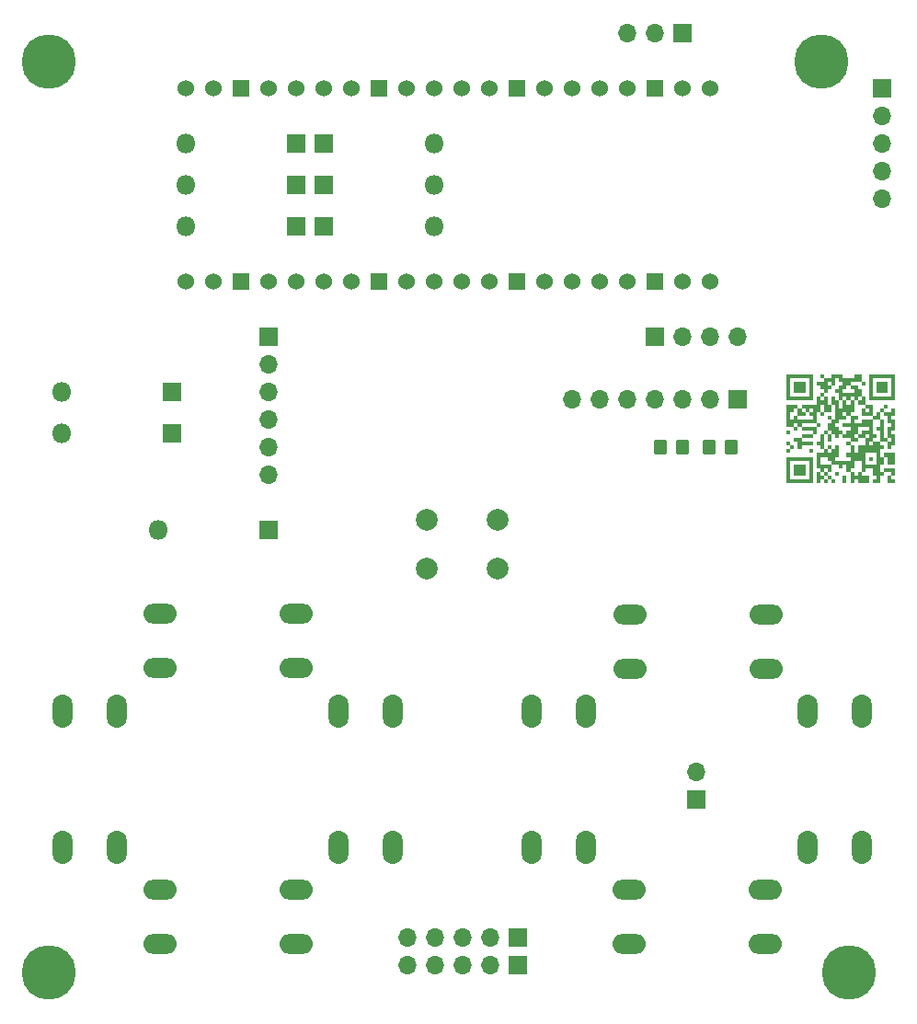
<source format=gbr>
%TF.GenerationSoftware,KiCad,Pcbnew,6.0.2+dfsg-1*%
%TF.CreationDate,2023-03-22T01:16:50-07:00*%
%TF.ProjectId,PICOnsole,5049434f-6e73-46f6-9c65-2e6b69636164,rev?*%
%TF.SameCoordinates,Original*%
%TF.FileFunction,Soldermask,Top*%
%TF.FilePolarity,Negative*%
%FSLAX46Y46*%
G04 Gerber Fmt 4.6, Leading zero omitted, Abs format (unit mm)*
G04 Created by KiCad (PCBNEW 6.0.2+dfsg-1) date 2023-03-22 01:16:50*
%MOMM*%
%LPD*%
G01*
G04 APERTURE LIST*
G04 Aperture macros list*
%AMRoundRect*
0 Rectangle with rounded corners*
0 $1 Rounding radius*
0 $2 $3 $4 $5 $6 $7 $8 $9 X,Y pos of 4 corners*
0 Add a 4 corners polygon primitive as box body*
4,1,4,$2,$3,$4,$5,$6,$7,$8,$9,$2,$3,0*
0 Add four circle primitives for the rounded corners*
1,1,$1+$1,$2,$3*
1,1,$1+$1,$4,$5*
1,1,$1+$1,$6,$7*
1,1,$1+$1,$8,$9*
0 Add four rect primitives between the rounded corners*
20,1,$1+$1,$2,$3,$4,$5,0*
20,1,$1+$1,$4,$5,$6,$7,0*
20,1,$1+$1,$6,$7,$8,$9,0*
20,1,$1+$1,$8,$9,$2,$3,0*%
G04 Aperture macros list end*
%ADD10C,5.000000*%
%ADD11C,2.000000*%
%ADD12R,1.800000X1.800000*%
%ADD13O,1.800000X1.800000*%
%ADD14O,1.850000X3.048000*%
%ADD15O,3.048000X1.850000*%
%ADD16RoundRect,0.250000X-0.350000X-0.450000X0.350000X-0.450000X0.350000X0.450000X-0.350000X0.450000X0*%
%ADD17R,1.700000X1.700000*%
%ADD18O,1.700000X1.700000*%
%ADD19C,1.524000*%
%ADD20R,1.524000X1.524000*%
G04 APERTURE END LIST*
%TO.C,G\u002A\u002A\u002A*%
G36*
X88096619Y-54153234D02*
G01*
X88096619Y-56567120D01*
X85682733Y-56567120D01*
X85682733Y-56222279D01*
X86027573Y-56222279D01*
X87751778Y-56222279D01*
X87751778Y-54498075D01*
X86027573Y-54498075D01*
X86027573Y-56222279D01*
X85682733Y-56222279D01*
X85682733Y-54153234D01*
X88096619Y-54153234D01*
G37*
G36*
X90165665Y-56567120D02*
G01*
X89820824Y-56567120D01*
X89820824Y-56222279D01*
X90165665Y-56222279D01*
X90165665Y-56567120D01*
G37*
G36*
X89475983Y-56567120D02*
G01*
X89131142Y-56567120D01*
X89131142Y-56222279D01*
X89475983Y-56222279D01*
X89475983Y-56567120D01*
G37*
G36*
X95338279Y-56222279D02*
G01*
X95683120Y-56222279D01*
X95683120Y-56567120D01*
X94993438Y-56567120D01*
X94993438Y-55877438D01*
X95338279Y-55877438D01*
X95338279Y-56222279D01*
G37*
G36*
X89820824Y-56222279D02*
G01*
X89475983Y-56222279D01*
X89475983Y-55877438D01*
X89820824Y-55877438D01*
X89820824Y-56222279D01*
G37*
G36*
X95683120Y-55877438D02*
G01*
X95338279Y-55877438D01*
X95338279Y-55532598D01*
X94648598Y-55532598D01*
X94648598Y-55187757D01*
X95683120Y-55187757D01*
X95683120Y-55877438D01*
G37*
G36*
X95683120Y-54842916D02*
G01*
X94993438Y-54842916D01*
X94993438Y-54153234D01*
X94648598Y-54153234D01*
X94648598Y-53808393D01*
X95683120Y-53808393D01*
X95683120Y-54842916D01*
G37*
G36*
X87062096Y-52773870D02*
G01*
X88096619Y-52773870D01*
X88096619Y-53118711D01*
X87062096Y-53118711D01*
X87062096Y-53463552D01*
X86717255Y-53463552D01*
X86717255Y-52773870D01*
X86372414Y-52773870D01*
X86372414Y-52429029D01*
X87062096Y-52429029D01*
X87062096Y-52773870D01*
G37*
G36*
X88096619Y-52429029D02*
G01*
X87062096Y-52429029D01*
X87062096Y-52084188D01*
X88096619Y-52084188D01*
X88096619Y-52429029D01*
G37*
G36*
X88441460Y-52084188D02*
G01*
X88096619Y-52084188D01*
X88096619Y-51739347D01*
X87062096Y-51739347D01*
X87062096Y-51394506D01*
X88441460Y-51394506D01*
X88441460Y-52084188D01*
G37*
G36*
X88786301Y-51394506D02*
G01*
X88441460Y-51394506D01*
X88441460Y-51049665D01*
X88786301Y-51049665D01*
X88786301Y-51394506D01*
G37*
G36*
X89820824Y-50704824D02*
G01*
X89475983Y-50704824D01*
X89475983Y-50359983D01*
X89820824Y-50359983D01*
X89820824Y-50704824D01*
G37*
G36*
X94993438Y-49670301D02*
G01*
X94648598Y-49670301D01*
X94648598Y-49325460D01*
X94993438Y-49325460D01*
X94993438Y-49670301D01*
G37*
G36*
X92924393Y-47601255D02*
G01*
X92579552Y-47601255D01*
X92579552Y-47256414D01*
X92924393Y-47256414D01*
X92924393Y-47601255D01*
G37*
G36*
X89131142Y-46911573D02*
G01*
X88786301Y-46911573D01*
X88786301Y-46566733D01*
X89131142Y-46566733D01*
X89131142Y-46911573D01*
G37*
G36*
X91889870Y-47946096D02*
G01*
X91545029Y-47946096D01*
X91545029Y-47601255D01*
X92234711Y-47601255D01*
X92234711Y-47946096D01*
X92579552Y-47946096D01*
X92579552Y-48635778D01*
X92234711Y-48635778D01*
X92234711Y-48980619D01*
X91889870Y-48980619D01*
X91889870Y-50015142D01*
X91545029Y-50015142D01*
X91545029Y-50359983D01*
X91200188Y-50359983D01*
X91200188Y-50704824D01*
X90510506Y-50704824D01*
X90510506Y-51049665D01*
X90165665Y-51049665D01*
X90165665Y-51394506D01*
X90510506Y-51394506D01*
X90510506Y-51739347D01*
X90855347Y-51739347D01*
X90855347Y-52084188D01*
X91200188Y-52084188D01*
X91200188Y-51739347D01*
X91545029Y-51739347D01*
X91545029Y-51394506D01*
X90855347Y-51394506D01*
X90855347Y-51049665D01*
X91545029Y-51049665D01*
X91545029Y-50359983D01*
X92234711Y-50359983D01*
X92234711Y-50704824D01*
X91889870Y-50704824D01*
X91889870Y-51049665D01*
X92579552Y-51049665D01*
X92579552Y-50704824D01*
X93614075Y-50704824D01*
X93614075Y-50359983D01*
X92579552Y-50359983D01*
X92579552Y-50015142D01*
X92924393Y-50015142D01*
X93269234Y-50015142D01*
X93269234Y-49670301D01*
X92924393Y-49670301D01*
X92924393Y-50015142D01*
X92579552Y-50015142D01*
X92579552Y-49670301D01*
X92924393Y-49670301D01*
X92924393Y-49325460D01*
X92234711Y-49325460D01*
X92234711Y-48980619D01*
X92579552Y-48980619D01*
X92579552Y-48635778D01*
X92924393Y-48635778D01*
X92924393Y-49325460D01*
X93614075Y-49325460D01*
X93614075Y-50359983D01*
X93958916Y-50359983D01*
X93958916Y-50015142D01*
X94303757Y-50015142D01*
X94303757Y-49670301D01*
X94648598Y-49670301D01*
X94648598Y-50015142D01*
X95338279Y-50015142D01*
X95338279Y-49670301D01*
X95683120Y-49670301D01*
X95683120Y-50359983D01*
X95338279Y-50359983D01*
X95338279Y-50704824D01*
X95683120Y-50704824D01*
X95683120Y-51739347D01*
X95338279Y-51739347D01*
X95338279Y-52084188D01*
X95683120Y-52084188D01*
X95683120Y-53118711D01*
X95338279Y-53118711D01*
X95338279Y-53463552D01*
X94993438Y-53463552D01*
X94993438Y-52773870D01*
X95338279Y-52773870D01*
X95338279Y-52429029D01*
X94993438Y-52429029D01*
X94993438Y-52773870D01*
X94303757Y-52773870D01*
X94303757Y-53118711D01*
X94648598Y-53118711D01*
X94648598Y-53463552D01*
X94303757Y-53463552D01*
X94303757Y-54153234D01*
X94648598Y-54153234D01*
X94648598Y-54842916D01*
X94303757Y-54842916D01*
X94303757Y-55532598D01*
X94648598Y-55532598D01*
X94648598Y-55877438D01*
X94303757Y-55877438D01*
X94303757Y-56567120D01*
X93614075Y-56567120D01*
X93614075Y-56222279D01*
X93958916Y-56222279D01*
X93958916Y-55877438D01*
X93614075Y-55877438D01*
X93614075Y-55187757D01*
X92924393Y-55187757D01*
X92924393Y-55532598D01*
X92579552Y-55532598D01*
X92579552Y-55877438D01*
X93269234Y-55877438D01*
X93269234Y-56567120D01*
X92234711Y-56567120D01*
X92234711Y-56222279D01*
X91889870Y-56222279D01*
X91889870Y-56567120D01*
X91545029Y-56567120D01*
X91545029Y-55532598D01*
X91889870Y-55532598D01*
X91889870Y-55877438D01*
X92234711Y-55877438D01*
X92234711Y-55532598D01*
X92579552Y-55532598D01*
X92579552Y-54842916D01*
X92924393Y-54842916D01*
X93958916Y-54842916D01*
X93958916Y-53808393D01*
X92924393Y-53808393D01*
X92924393Y-54842916D01*
X92579552Y-54842916D01*
X92579552Y-54498075D01*
X91889870Y-54498075D01*
X91889870Y-55187757D01*
X91545029Y-55187757D01*
X91545029Y-55532598D01*
X91200188Y-55532598D01*
X91200188Y-54842916D01*
X90855347Y-54842916D01*
X90855347Y-55187757D01*
X90510506Y-55187757D01*
X90510506Y-54842916D01*
X89820824Y-54842916D01*
X89820824Y-55532598D01*
X89475983Y-55532598D01*
X89475983Y-55877438D01*
X89131142Y-55877438D01*
X89131142Y-56222279D01*
X88786301Y-56222279D01*
X88786301Y-56567120D01*
X88441460Y-56567120D01*
X88441460Y-55877438D01*
X88786301Y-55877438D01*
X89131142Y-55877438D01*
X89131142Y-55532598D01*
X89475983Y-55532598D01*
X89475983Y-55187757D01*
X89131142Y-55187757D01*
X89131142Y-55532598D01*
X88786301Y-55532598D01*
X88786301Y-55877438D01*
X88441460Y-55877438D01*
X88441460Y-55532598D01*
X88786301Y-55532598D01*
X88786301Y-55187757D01*
X88441460Y-55187757D01*
X88441460Y-54842916D01*
X88786301Y-54842916D01*
X89820824Y-54842916D01*
X89820824Y-54498075D01*
X89475983Y-54498075D01*
X89475983Y-54153234D01*
X88786301Y-54153234D01*
X88786301Y-54842916D01*
X88441460Y-54842916D01*
X88441460Y-53808393D01*
X89131142Y-53808393D01*
X89131142Y-53463552D01*
X89475983Y-53463552D01*
X89475983Y-53808393D01*
X89820824Y-53808393D01*
X89820824Y-53463552D01*
X90165665Y-53463552D01*
X90165665Y-53118711D01*
X90510506Y-53118711D01*
X90510506Y-54153234D01*
X90165665Y-54153234D01*
X90165665Y-54498075D01*
X91545029Y-54498075D01*
X91545029Y-54153234D01*
X91200188Y-54153234D01*
X91200188Y-53808393D01*
X91545029Y-53808393D01*
X91545029Y-53118711D01*
X91889870Y-53118711D01*
X91889870Y-53808393D01*
X92234711Y-53808393D01*
X92234711Y-53118711D01*
X92924393Y-53118711D01*
X93269234Y-53118711D01*
X93614075Y-53118711D01*
X93614075Y-52773870D01*
X94303757Y-52773870D01*
X94303757Y-51739347D01*
X93958916Y-51739347D01*
X93958916Y-51394506D01*
X94303757Y-51394506D01*
X94303757Y-50704824D01*
X94648598Y-50704824D01*
X94648598Y-52429029D01*
X94993438Y-52429029D01*
X94993438Y-51394506D01*
X95338279Y-51394506D01*
X95338279Y-51049665D01*
X94993438Y-51049665D01*
X94993438Y-50359983D01*
X94648598Y-50359983D01*
X94648598Y-50015142D01*
X94303757Y-50015142D01*
X94303757Y-50704824D01*
X93614075Y-50704824D01*
X93614075Y-52084188D01*
X93958916Y-52084188D01*
X93958916Y-52429029D01*
X93614075Y-52429029D01*
X93614075Y-52773870D01*
X93269234Y-52773870D01*
X93269234Y-53118711D01*
X92924393Y-53118711D01*
X92924393Y-52429029D01*
X93269234Y-52429029D01*
X93269234Y-52084188D01*
X92924393Y-52084188D01*
X92924393Y-52429029D01*
X92234711Y-52429029D01*
X92234711Y-52773870D01*
X91545029Y-52773870D01*
X91545029Y-52429029D01*
X91889870Y-52429029D01*
X92234711Y-52429029D01*
X92234711Y-52084188D01*
X92579552Y-52084188D01*
X92579552Y-51739347D01*
X93269234Y-51739347D01*
X93269234Y-51394506D01*
X92234711Y-51394506D01*
X92234711Y-52084188D01*
X91889870Y-52084188D01*
X91889870Y-52429029D01*
X91545029Y-52429029D01*
X90855347Y-52429029D01*
X90855347Y-52084188D01*
X90510506Y-52084188D01*
X90510506Y-52429029D01*
X90165665Y-52429029D01*
X90165665Y-52084188D01*
X89820824Y-52084188D01*
X89820824Y-51739347D01*
X89475983Y-51739347D01*
X89475983Y-52084188D01*
X89131142Y-52084188D01*
X89131142Y-53463552D01*
X88786301Y-53463552D01*
X88786301Y-53118711D01*
X88441460Y-53118711D01*
X88441460Y-52773870D01*
X88786301Y-52773870D01*
X88786301Y-52084188D01*
X89131142Y-52084188D01*
X89131142Y-51739347D01*
X89475983Y-51739347D01*
X89475983Y-51049665D01*
X89820824Y-51049665D01*
X89820824Y-50704824D01*
X90165665Y-50704824D01*
X90165665Y-50359983D01*
X90855347Y-50359983D01*
X91200188Y-50359983D01*
X91200188Y-50015142D01*
X90855347Y-50015142D01*
X90855347Y-50359983D01*
X90165665Y-50359983D01*
X90165665Y-49670301D01*
X90510506Y-49670301D01*
X90855347Y-49670301D01*
X90855347Y-49325460D01*
X91200188Y-49325460D01*
X91545029Y-49325460D01*
X91545029Y-48980619D01*
X91889870Y-48980619D01*
X91889870Y-48635778D01*
X91545029Y-48635778D01*
X91545029Y-48980619D01*
X91200188Y-48980619D01*
X91200188Y-49325460D01*
X90855347Y-49325460D01*
X90855347Y-48980619D01*
X91200188Y-48980619D01*
X91200188Y-48635778D01*
X90855347Y-48635778D01*
X90855347Y-48980619D01*
X90510506Y-48980619D01*
X90510506Y-49670301D01*
X90165665Y-49670301D01*
X90165665Y-49325460D01*
X89820824Y-49325460D01*
X89820824Y-50015142D01*
X89131142Y-50015142D01*
X89131142Y-50359983D01*
X88786301Y-50359983D01*
X88786301Y-50015142D01*
X89131142Y-50015142D01*
X89131142Y-49325460D01*
X88786301Y-49325460D01*
X88786301Y-50015142D01*
X88441460Y-50015142D01*
X88441460Y-51049665D01*
X87062096Y-51049665D01*
X87062096Y-51394506D01*
X86717255Y-51394506D01*
X86717255Y-51739347D01*
X86372414Y-51739347D01*
X86372414Y-51394506D01*
X86717255Y-51394506D01*
X86717255Y-51049665D01*
X86372414Y-51049665D01*
X86372414Y-51394506D01*
X85682733Y-51394506D01*
X85682733Y-50704824D01*
X86027573Y-50704824D01*
X88096619Y-50704824D01*
X88096619Y-50359983D01*
X87751778Y-50359983D01*
X87751778Y-50015142D01*
X88096619Y-50015142D01*
X88096619Y-49670301D01*
X87751778Y-49670301D01*
X87751778Y-50015142D01*
X87406937Y-50015142D01*
X87406937Y-50359983D01*
X86717255Y-50359983D01*
X86717255Y-50704824D01*
X86372414Y-50704824D01*
X86372414Y-50359983D01*
X86717255Y-50359983D01*
X86717255Y-50015142D01*
X87062096Y-50015142D01*
X87406937Y-50015142D01*
X87406937Y-49670301D01*
X87062096Y-49670301D01*
X87062096Y-50015142D01*
X86717255Y-50015142D01*
X86717255Y-49670301D01*
X86372414Y-49670301D01*
X86372414Y-50015142D01*
X86027573Y-50015142D01*
X86027573Y-50704824D01*
X85682733Y-50704824D01*
X85682733Y-49325460D01*
X86717255Y-49325460D01*
X86717255Y-49670301D01*
X87062096Y-49670301D01*
X87062096Y-49325460D01*
X88441460Y-49325460D01*
X88441460Y-48980619D01*
X88786301Y-48980619D01*
X89131142Y-48980619D01*
X89131142Y-48635778D01*
X89475983Y-48635778D01*
X89475983Y-49325460D01*
X89820824Y-49325460D01*
X89820824Y-48635778D01*
X90165665Y-48635778D01*
X90165665Y-48980619D01*
X90510506Y-48980619D01*
X90510506Y-48290937D01*
X90165665Y-48290937D01*
X90165665Y-47946096D01*
X90510506Y-47946096D01*
X90510506Y-47601255D01*
X90855347Y-47601255D01*
X90855347Y-47256414D01*
X90510506Y-47256414D01*
X90510506Y-46911573D01*
X90165665Y-46911573D01*
X90165665Y-47601255D01*
X89820824Y-47601255D01*
X89820824Y-47946096D01*
X89475983Y-47946096D01*
X89475983Y-48290937D01*
X89131142Y-48290937D01*
X89131142Y-48635778D01*
X88786301Y-48635778D01*
X88786301Y-48980619D01*
X88441460Y-48980619D01*
X88441460Y-48635778D01*
X88786301Y-48635778D01*
X88786301Y-48290937D01*
X89131142Y-48290937D01*
X89131142Y-47946096D01*
X88786301Y-47946096D01*
X88786301Y-47601255D01*
X89475983Y-47601255D01*
X89820824Y-47601255D01*
X89820824Y-47256414D01*
X89475983Y-47256414D01*
X89475983Y-47601255D01*
X88786301Y-47601255D01*
X88441460Y-47601255D01*
X88441460Y-47256414D01*
X89131142Y-47256414D01*
X89131142Y-46911573D01*
X89820824Y-46911573D01*
X89820824Y-46566733D01*
X90855347Y-46566733D01*
X90855347Y-46911573D01*
X91889870Y-46911573D01*
X91889870Y-46566733D01*
X92579552Y-46566733D01*
X92579552Y-47256414D01*
X91545029Y-47256414D01*
X91545029Y-47601255D01*
X91200188Y-47601255D01*
X91200188Y-47946096D01*
X90855347Y-47946096D01*
X90855347Y-48290937D01*
X91889870Y-48290937D01*
X91889870Y-47946096D01*
G37*
G36*
X91200188Y-56567120D02*
G01*
X90855347Y-56567120D01*
X90855347Y-55877438D01*
X91200188Y-55877438D01*
X91200188Y-56567120D01*
G37*
G36*
X90510506Y-55877438D02*
G01*
X90165665Y-55877438D01*
X90165665Y-55532598D01*
X90510506Y-55532598D01*
X90510506Y-55877438D01*
G37*
G36*
X86027573Y-53808393D02*
G01*
X85682733Y-53808393D01*
X85682733Y-53463552D01*
X86027573Y-53463552D01*
X86027573Y-53808393D01*
G37*
G36*
X86372414Y-53463552D02*
G01*
X86027573Y-53463552D01*
X86027573Y-53118711D01*
X86372414Y-53118711D01*
X86372414Y-53463552D01*
G37*
G36*
X86027573Y-53118711D02*
G01*
X85682733Y-53118711D01*
X85682733Y-52773870D01*
X86027573Y-52773870D01*
X86027573Y-53118711D01*
G37*
G36*
X88096619Y-53808393D02*
G01*
X87751778Y-53808393D01*
X87751778Y-53463552D01*
X88096619Y-53463552D01*
X88096619Y-53808393D01*
G37*
G36*
X86027573Y-52084188D02*
G01*
X85682733Y-52084188D01*
X85682733Y-51739347D01*
X86027573Y-51739347D01*
X86027573Y-52084188D01*
G37*
G36*
X88096619Y-46566733D02*
G01*
X88096619Y-48980619D01*
X85682733Y-48980619D01*
X85682733Y-48635778D01*
X86027573Y-48635778D01*
X87751778Y-48635778D01*
X87751778Y-46911573D01*
X86027573Y-46911573D01*
X86027573Y-48635778D01*
X85682733Y-48635778D01*
X85682733Y-46566733D01*
X88096619Y-46566733D01*
G37*
G36*
X95683120Y-46566733D02*
G01*
X95683120Y-48980619D01*
X93269234Y-48980619D01*
X93269234Y-48635778D01*
X93614075Y-48635778D01*
X95338279Y-48635778D01*
X95338279Y-46911573D01*
X93614075Y-46911573D01*
X93614075Y-48635778D01*
X93269234Y-48635778D01*
X93269234Y-46566733D01*
X95683120Y-46566733D01*
G37*
G36*
X87406937Y-55877438D02*
G01*
X86372414Y-55877438D01*
X86372414Y-54842916D01*
X87406937Y-54842916D01*
X87406937Y-55877438D01*
G37*
G36*
X93614075Y-54498075D02*
G01*
X93269234Y-54498075D01*
X93269234Y-54153234D01*
X93614075Y-54153234D01*
X93614075Y-54498075D01*
G37*
G36*
X89820824Y-53463552D02*
G01*
X89475983Y-53463552D01*
X89475983Y-53118711D01*
X89820824Y-53118711D01*
X89820824Y-53463552D01*
G37*
G36*
X91545029Y-53118711D02*
G01*
X91200188Y-53118711D01*
X91200188Y-52773870D01*
X91545029Y-52773870D01*
X91545029Y-53118711D01*
G37*
G36*
X89820824Y-52773870D02*
G01*
X89475983Y-52773870D01*
X89475983Y-52084188D01*
X89820824Y-52084188D01*
X89820824Y-52773870D01*
G37*
G36*
X87406937Y-48290937D02*
G01*
X86372414Y-48290937D01*
X86372414Y-47256414D01*
X87406937Y-47256414D01*
X87406937Y-48290937D01*
G37*
G36*
X94993438Y-48290937D02*
G01*
X93958916Y-48290937D01*
X93958916Y-47256414D01*
X94993438Y-47256414D01*
X94993438Y-48290937D01*
G37*
%TD*%
D10*
%TO.C,*%
X91440000Y-101600000D03*
%TD*%
D11*
%TO.C,SW3*%
X52590000Y-59975000D03*
X59090000Y-59975000D03*
X59090000Y-64475000D03*
X52590000Y-64475000D03*
%TD*%
D12*
%TO.C,D8*%
X37950000Y-60910000D03*
D13*
X27790000Y-60910000D03*
%TD*%
D12*
%TO.C,D2*%
X40490000Y-29160000D03*
D13*
X30330000Y-29160000D03*
%TD*%
D14*
%TO.C,SW4*%
X87630000Y-77555000D03*
X87630000Y-90055000D03*
X92630000Y-77555000D03*
X92630000Y-90055000D03*
%TD*%
D12*
%TO.C,D3*%
X40490000Y-32970000D03*
D13*
X30330000Y-32970000D03*
%TD*%
D10*
%TO.C,REF\u002A\u002A*%
X88900000Y-17780000D03*
%TD*%
%TO.C,REF\u002A\u002A*%
X17780000Y-101600000D03*
%TD*%
D12*
%TO.C,D1*%
X40490000Y-25350000D03*
D13*
X30330000Y-25350000D03*
%TD*%
D14*
%TO.C,SW9*%
X24050000Y-77570000D03*
X24050000Y-90070000D03*
X19050000Y-77570000D03*
X19050000Y-90070000D03*
%TD*%
D12*
%TO.C,D7*%
X29060000Y-52020000D03*
D13*
X18900000Y-52020000D03*
%TD*%
D12*
%TO.C,D9*%
X29060000Y-48210000D03*
D13*
X18900000Y-48210000D03*
%TD*%
D15*
%TO.C,SW8*%
X27990000Y-73610000D03*
X40490000Y-73610000D03*
X27990000Y-68610000D03*
X40490000Y-68610000D03*
%TD*%
D14*
%TO.C,SW2*%
X67230000Y-90075000D03*
X67230000Y-77575000D03*
X62230000Y-90075000D03*
X62230000Y-77575000D03*
%TD*%
D16*
%TO.C,R4*%
X74100000Y-53290000D03*
X76100000Y-53290000D03*
%TD*%
D10*
%TO.C,REF\u002A\u002A*%
X17780000Y-17780000D03*
%TD*%
D12*
%TO.C,D5*%
X43030000Y-29160000D03*
D13*
X53190000Y-29160000D03*
%TD*%
D17*
%TO.C,U4*%
X94465000Y-20275000D03*
D18*
X94465000Y-22815000D03*
X94465000Y-25355000D03*
X94465000Y-27895000D03*
X94465000Y-30435000D03*
%TD*%
D17*
%TO.C,J1*%
X73510000Y-43130000D03*
D18*
X76050000Y-43130000D03*
X78590000Y-43130000D03*
X81130000Y-43130000D03*
%TD*%
D15*
%TO.C,SW1*%
X71190000Y-94015000D03*
X83690000Y-94015000D03*
X71190000Y-99015000D03*
X83690000Y-99015000D03*
%TD*%
%TO.C,SW7*%
X40510000Y-94010000D03*
X28010000Y-94010000D03*
X28010000Y-99010000D03*
X40510000Y-99010000D03*
%TD*%
D16*
%TO.C,R3*%
X78540000Y-53290000D03*
X80540000Y-53290000D03*
%TD*%
D17*
%TO.C,U3*%
X37950000Y-43130000D03*
D18*
X37950000Y-45670000D03*
X37950000Y-48210000D03*
X37950000Y-50750000D03*
X37950000Y-53290000D03*
X37950000Y-55830000D03*
%TD*%
D14*
%TO.C,SW6*%
X44450000Y-77550000D03*
X44450000Y-90050000D03*
X49450000Y-77550000D03*
X49450000Y-90050000D03*
%TD*%
D15*
%TO.C,SW5*%
X83780000Y-73655000D03*
X71280000Y-73655000D03*
X71280000Y-68655000D03*
X83780000Y-68655000D03*
%TD*%
D12*
%TO.C,D6*%
X43030000Y-32970000D03*
D13*
X53190000Y-32970000D03*
%TD*%
D12*
%TO.C,D4*%
X43030000Y-25350000D03*
D13*
X53190000Y-25350000D03*
%TD*%
D17*
%TO.C,SW10*%
X76050000Y-15195000D03*
D18*
X73510000Y-15195000D03*
X70970000Y-15195000D03*
%TD*%
D17*
%TO.C,U5*%
X81130000Y-48845000D03*
D18*
X78590000Y-48845000D03*
X76050000Y-48845000D03*
X73510000Y-48845000D03*
X70970000Y-48845000D03*
X68430000Y-48845000D03*
X65890000Y-48845000D03*
%TD*%
D19*
%TO.C,U2*%
X78590000Y-38050000D03*
X76050000Y-38050000D03*
D20*
X73510000Y-38050000D03*
D19*
X70970000Y-38050000D03*
X68430000Y-38050000D03*
X63350000Y-38050000D03*
X65890000Y-38050000D03*
D20*
X60810000Y-38050000D03*
D19*
X58270000Y-38050000D03*
X55730000Y-38050000D03*
X53190000Y-38050000D03*
X50650000Y-38050000D03*
D20*
X48110000Y-38050000D03*
D19*
X45570000Y-38050000D03*
X43030000Y-38050000D03*
X40490000Y-38050000D03*
X37950000Y-38050000D03*
D20*
X35410000Y-38050000D03*
D19*
X32870000Y-38050000D03*
X30330000Y-38050000D03*
X30330000Y-20270000D03*
X32870000Y-20270000D03*
D20*
X35410000Y-20270000D03*
D19*
X37950000Y-20270000D03*
X40490000Y-20270000D03*
X43030000Y-20270000D03*
X45570000Y-20270000D03*
D20*
X48110000Y-20270000D03*
D19*
X50650000Y-20270000D03*
X53190000Y-20270000D03*
X55730000Y-20270000D03*
X58270000Y-20270000D03*
D20*
X60810000Y-20270000D03*
D19*
X63350000Y-20270000D03*
X65890000Y-20270000D03*
X68430000Y-20270000D03*
X70970000Y-20270000D03*
D20*
X73510000Y-20270000D03*
D19*
X76050000Y-20270000D03*
X78590000Y-20270000D03*
%TD*%
D17*
%TO.C,J3*%
X60946073Y-98374999D03*
D18*
X58406073Y-98374999D03*
X55866073Y-98374999D03*
X53326073Y-98374999D03*
X50786073Y-98374999D03*
%TD*%
D17*
%TO.C,J4*%
X60946073Y-100915000D03*
D18*
X58406073Y-100915000D03*
X55866073Y-100915000D03*
X53326073Y-100915000D03*
X50786073Y-100915000D03*
%TD*%
D17*
%TO.C,J2*%
X77320000Y-85680000D03*
D18*
X77320000Y-83140000D03*
%TD*%
D19*
%TO.C,U1*%
X78590000Y-38050000D03*
X76050000Y-38050000D03*
D20*
X73510000Y-38050000D03*
D19*
X70970000Y-38050000D03*
X68430000Y-38050000D03*
X63350000Y-38050000D03*
X65890000Y-38050000D03*
D20*
X60810000Y-38050000D03*
D19*
X58270000Y-38050000D03*
X55730000Y-38050000D03*
X53190000Y-38050000D03*
X50650000Y-38050000D03*
D20*
X48110000Y-38050000D03*
D19*
X45570000Y-38050000D03*
X43030000Y-38050000D03*
X40490000Y-38050000D03*
X37950000Y-38050000D03*
D20*
X35410000Y-38050000D03*
D19*
X32870000Y-38050000D03*
X30330000Y-38050000D03*
X30330000Y-20270000D03*
X32870000Y-20270000D03*
D20*
X35410000Y-20270000D03*
D19*
X37950000Y-20270000D03*
X40490000Y-20270000D03*
X43030000Y-20270000D03*
X45570000Y-20270000D03*
D20*
X48110000Y-20270000D03*
D19*
X50650000Y-20270000D03*
X53190000Y-20270000D03*
X55730000Y-20270000D03*
X58270000Y-20270000D03*
D20*
X60810000Y-20270000D03*
D19*
X63350000Y-20270000D03*
X65890000Y-20270000D03*
X68430000Y-20270000D03*
X70970000Y-20270000D03*
D20*
X73510000Y-20270000D03*
D19*
X76050000Y-20270000D03*
X78590000Y-20270000D03*
%TD*%
M02*

</source>
